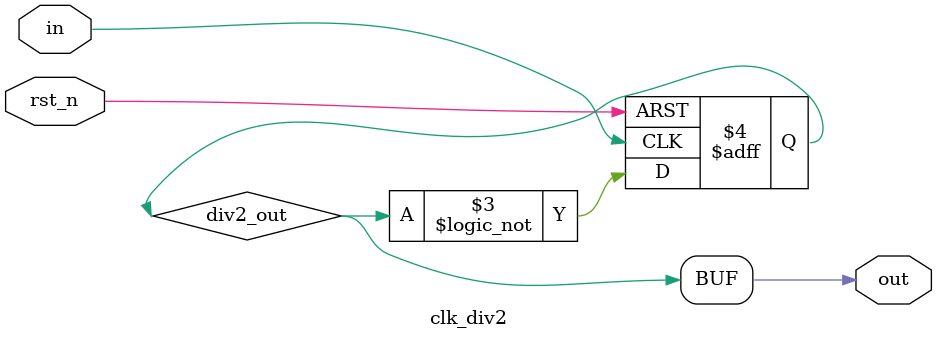
<source format=v>
/*+
 * Copyright (c) 2022-2023 Zhengde
 * 
 * All rights reserved.
 * 
 * Redistribution and use in source and binary forms, with or without
 * modification, are permitted provided that the following conditions are met:
 * 
 * 1 Redistributions of source code must retain the above copyright notice, this
 *   list of conditions and the following disclaimer.
 * 
 * 2 Redistributions in binary form must reproduce the above copyright notice,
 *   this list of conditions and the following disclaimer in the documentation
 *   and/or other materials provided with the distribution.
 * 
 * 3 Neither the name of the copyright holder nor the names of its
 *   contributors may be used to endorse or promote products derived from
 *   this software without specific prior written permission.
 * 
 * THIS SOFTWARE IS PROVIDED BY THE COPYRIGHT HOLDERS AND CONTRIBUTORS "AS IS"
 * AND ANY EXPRESS OR IMPLIED WARRANTIES, INCLUDING, BUT NOT LIMITED TO, THE
 * IMPLIED WARRANTIES OF MERCHANTABILITY AND FITNESS FOR A PARTICULAR PURPOSE ARE
 * DISCLAIMED. IN NO EVENT SHALL THE COPYRIGHT HOLDER OR CONTRIBUTORS BE LIABLE
 * FOR ANY DIRECT, INDIRECT, INCIDENTAL, SPECIAL, EXEMPLARY, OR CONSEQUENTIAL
 * DAMAGES (INCLUDING, BUT NOT LIMITED TO, PROCUREMENT OF SUBSTITUTE GOODS OR
 * SERVICES; LOSS OF USE, DATA, OR PROFITS; OR BUSINESS INTERRUPTION) HOWEVER
 * CAUSED AND ON ANY THEORY OF LIABILITY, WHETHER IN CONTRACT, STRICT LIABILITY,
 * OR TORT (INCLUDING NEGLIGENCE OR OTHERWISE) ARISING IN ANY WAY OUT OF THE USE
 * OF THIS SOFTWARE, EVEN IF ADVISED OF THE POSSIBILITY OF SUCH DAMAGE.
-*/

/*+
 * Divide clock frequency by 2.
 * This is behavioral description, for simulation only.
 * Replace it with real element according to technology used.
-*/

module clk_div2 (
    input           rst_n,
    input           in,
    output          out 
);

`ifdef VENDOR_TECH
    CLK_DIV2 u_clk_div2 
    (
        .RST_N      (rst_n),
        .IN         (in   ),
        .OUT        (out  )
    );

`else
    reg  div2_out;

    always @(posedge in or negedge rst_n) begin
        if (!rst_n)
            div2_out <= 0;  
        else
            div2_out <= !div2_out;    
    end

    assign out = div2_out;
`endif
    
endmodule




</source>
